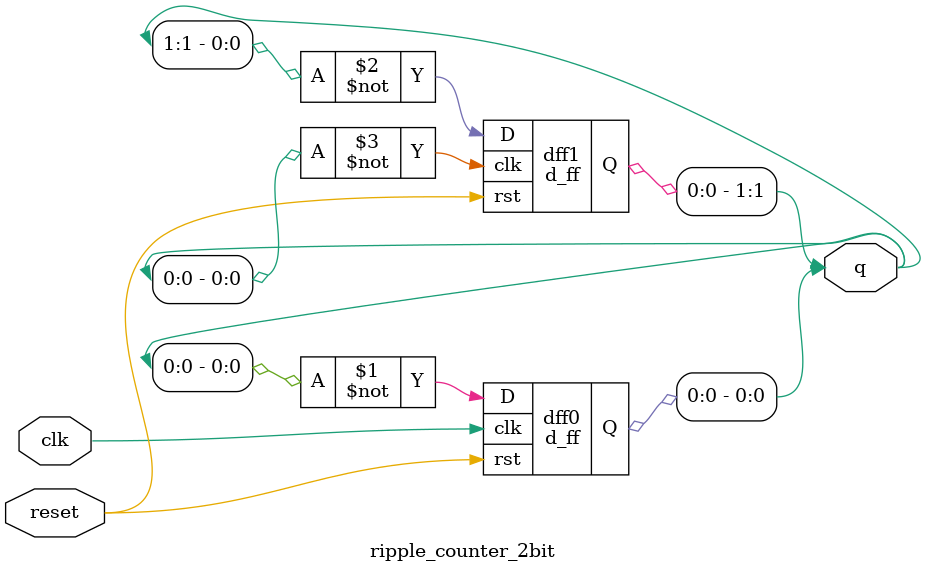
<source format=v>
module d_ff (input wire D, input wire clk, input wire rst, output reg Q);
always @(posedge clk) 
begin  
  if (rst)      Q<=1'b0;     // Asynchronous reset to 0   
 else      Q<=D;        // Sample D on rising edge of clock
end
endmodule

// 2-bit Ripple Up Counter using D Flip-flop
module ripple_counter_2bit(input clk, input reset, output [1:0] q);

// First flip-flop - toggles with main clock
d_ff dff0(.D(~q[0]), .clk(clk), .rst(reset), .Q(q[0]));

// Second flip-flop - toggles with output of first flip-flop (ripple effect)
d_ff dff1(.D(~q[1]), .clk(~q[0]), .rst(reset), .Q(q[1]));

endmodule
</source>
